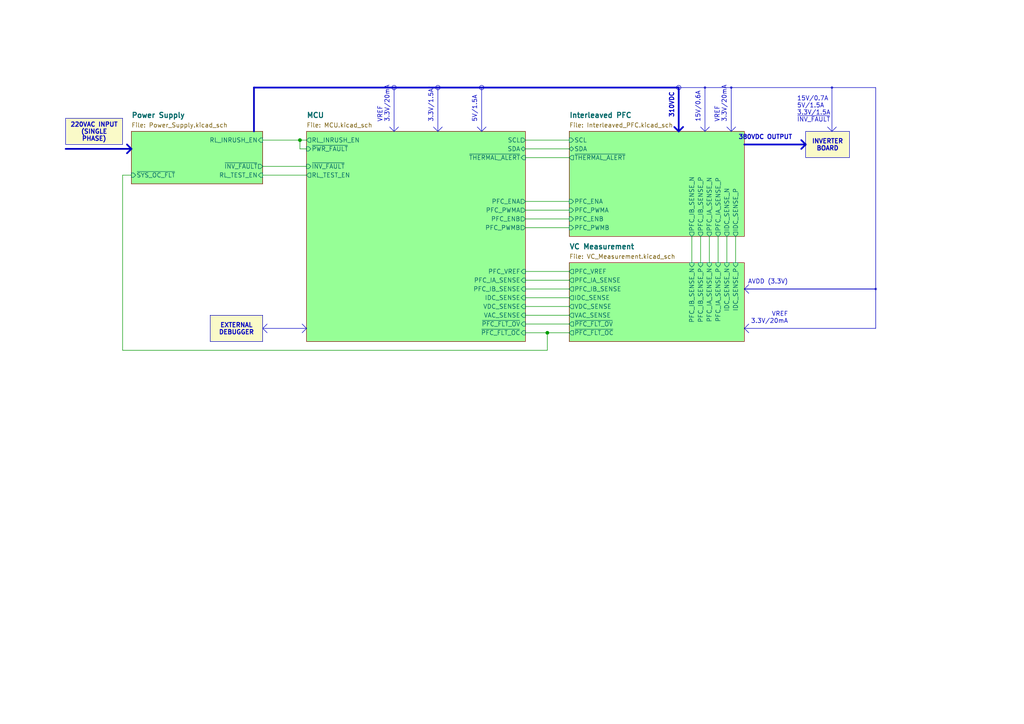
<source format=kicad_sch>
(kicad_sch
	(version 20231120)
	(generator "eeschema")
	(generator_version "8.0")
	(uuid "20f80521-75f2-4ccc-bb34-c9566e70ef5c")
	(paper "A4")
	(title_block
		(title "POWER SUPPLY UNIT")
		(date "2023-10-14")
		(rev "0.0")
		(company "TON DUC THANG UNIVERSITY")
		(comment 1 "Schematic Designed by ...")
		(comment 2 "PCB Designed by ...")
		(comment 3 "Approved by ...")
	)
	(lib_symbols)
	(junction
		(at 86.995 40.64)
		(diameter 0)
		(color 0 0 0 0)
		(uuid "931c02a2-7a69-43c0-b1c3-1d02ab301969")
	)
	(junction
		(at 158.75 96.52)
		(diameter 0)
		(color 0 0 0 0)
		(uuid "9323beb5-b093-441a-8109-d390d56fa65a")
	)
	(polyline
		(pts
			(xy 124.46 25.4) (xy 127 25.4)
		)
		(stroke
			(width 0.5)
			(type default)
		)
		(uuid "02310b15-c31c-44a0-9612-82ecc876ed69")
	)
	(polyline
		(pts
			(xy 213.36 36.83) (xy 212.09 38.1)
		)
		(stroke
			(width 0)
			(type default)
		)
		(uuid "02875980-e7fc-4d7f-86ed-916eba46f224")
	)
	(polyline
		(pts
			(xy 36.83 41.91) (xy 38.1 43.18)
		)
		(stroke
			(width 0.5)
			(type default)
		)
		(uuid "04277688-eedd-4694-8f2c-5ed74f852cae")
	)
	(polyline
		(pts
			(xy 76.2 95.25) (xy 77.47 93.98)
		)
		(stroke
			(width 0)
			(type default)
		)
		(uuid "0b20423a-b844-430f-9c9f-4f650d1b699b")
	)
	(polyline
		(pts
			(xy 215.9 41.91) (xy 233.68 41.91)
		)
		(stroke
			(width 0.5)
			(type default)
		)
		(uuid "0dccf21a-6ea3-438a-8903-0655ecb815d4")
	)
	(polyline
		(pts
			(xy 215.9 95.25) (xy 254 95.25)
		)
		(stroke
			(width 0)
			(type default)
		)
		(uuid "1005491b-46fd-42cf-8e7f-f6d4d22d0c70")
	)
	(wire
		(pts
			(xy 35.56 101.6) (xy 158.75 101.6)
		)
		(stroke
			(width 0)
			(type default)
		)
		(uuid "1a392125-2737-488f-b791-e3cd87617432")
	)
	(wire
		(pts
			(xy 152.4 40.64) (xy 165.1 40.64)
		)
		(stroke
			(width 0)
			(type default)
		)
		(uuid "218620d3-0e41-40d6-bacf-1709a7177a73")
	)
	(wire
		(pts
			(xy 152.4 63.5) (xy 165.1 63.5)
		)
		(stroke
			(width 0)
			(type default)
		)
		(uuid "21b9f3a8-d903-4f6a-9c7b-fab3dc380441")
	)
	(polyline
		(pts
			(xy 73.66 25.4) (xy 114.3 25.4)
		)
		(stroke
			(width 0.5)
			(type default)
		)
		(uuid "23742d5b-97ff-4f44-adb3-5055e5f3e6bb")
	)
	(polyline
		(pts
			(xy 139.7 38.1) (xy 140.97 36.83)
		)
		(stroke
			(width 0)
			(type default)
		)
		(uuid "261d405d-beaf-48bb-87e7-b9a9c715aa3a")
	)
	(wire
		(pts
			(xy 152.4 58.42) (xy 165.1 58.42)
		)
		(stroke
			(width 0)
			(type default)
		)
		(uuid "290c7725-ba03-4943-bd5b-371bb9d0eec8")
	)
	(wire
		(pts
			(xy 38.1 50.8) (xy 35.56 50.8)
		)
		(stroke
			(width 0)
			(type default)
		)
		(uuid "2d913c8d-462e-4e3c-b120-eb05e0d0bc66")
	)
	(wire
		(pts
			(xy 152.4 88.9) (xy 165.1 88.9)
		)
		(stroke
			(width 0)
			(type default)
		)
		(uuid "37b7ef5e-c2b5-4962-9de8-ac160e3ccd46")
	)
	(polyline
		(pts
			(xy 195.58 36.83) (xy 196.85 38.1)
		)
		(stroke
			(width 0.5)
			(type default)
		)
		(uuid "3e989c1b-0887-4d5e-8892-c41716aae1ea")
	)
	(polyline
		(pts
			(xy 114.3 38.1) (xy 115.57 36.83)
		)
		(stroke
			(width 0)
			(type default)
		)
		(uuid "3f8e3173-3629-40a0-956b-ac2939f39dcf")
	)
	(wire
		(pts
			(xy 158.75 101.6) (xy 158.75 96.52)
		)
		(stroke
			(width 0)
			(type default)
		)
		(uuid "4026057d-fc09-4e1e-a099-56bef3e89413")
	)
	(wire
		(pts
			(xy 152.4 86.36) (xy 165.1 86.36)
		)
		(stroke
			(width 0)
			(type default)
		)
		(uuid "46b3b1d9-ccae-4dc3-bafa-d93dbeca12d9")
	)
	(polyline
		(pts
			(xy 36.83 44.45) (xy 38.1 43.18)
		)
		(stroke
			(width 0.5)
			(type default)
		)
		(uuid "47955d0c-2f03-47b3-961c-be61cc495726")
	)
	(polyline
		(pts
			(xy 217.17 82.55) (xy 215.9 83.82)
		)
		(stroke
			(width 0)
			(type default)
		)
		(uuid "47bdfd06-b3b2-418b-b965-70e3c0123f69")
	)
	(polyline
		(pts
			(xy 76.2 95.25) (xy 88.9 95.25)
		)
		(stroke
			(width 0)
			(type default)
		)
		(uuid "4f6a9110-cb8b-487a-b918-2ccd8be586c0")
	)
	(wire
		(pts
			(xy 152.4 91.44) (xy 165.1 91.44)
		)
		(stroke
			(width 0)
			(type default)
		)
		(uuid "5048ca11-7eef-4bdf-9fc7-d0a8ef27d43f")
	)
	(wire
		(pts
			(xy 88.9 43.18) (xy 86.995 43.18)
		)
		(stroke
			(width 0)
			(type default)
		)
		(uuid "55294441-9995-4b02-ad94-120c2896ece9")
	)
	(wire
		(pts
			(xy 152.4 43.18) (xy 165.1 43.18)
		)
		(stroke
			(width 0)
			(type default)
		)
		(uuid "56f4daee-57ac-470b-992b-43874e617bdf")
	)
	(polyline
		(pts
			(xy 88.9 95.25) (xy 87.63 96.52)
		)
		(stroke
			(width 0)
			(type default)
		)
		(uuid "5a26fd17-5ed5-4470-b800-6c0ca1c74ef0")
	)
	(wire
		(pts
			(xy 35.56 50.8) (xy 35.56 101.6)
		)
		(stroke
			(width 0)
			(type default)
		)
		(uuid "5a9f9412-6fa9-4b72-8eb1-a1aa0b3e014d")
	)
	(wire
		(pts
			(xy 208.28 68.58) (xy 208.28 76.2)
		)
		(stroke
			(width 0)
			(type default)
		)
		(uuid "5e0daa33-ba71-4e61-b606-6f25184f6a03")
	)
	(wire
		(pts
			(xy 86.995 40.64) (xy 88.9 40.64)
		)
		(stroke
			(width 0)
			(type default)
		)
		(uuid "6808ba31-6d48-492a-84b0-ad598daabeb5")
	)
	(polyline
		(pts
			(xy 196.85 25.4) (xy 196.85 38.1)
		)
		(stroke
			(width 0.5)
			(type default)
		)
		(uuid "6b334a02-1b0d-48d0-88be-63cdd2cb3c86")
	)
	(wire
		(pts
			(xy 86.995 43.18) (xy 86.995 40.64)
		)
		(stroke
			(width 0)
			(type default)
		)
		(uuid "701dc537-a7f2-4d6e-bb3a-6a532a10b633")
	)
	(polyline
		(pts
			(xy 210.82 36.83) (xy 212.09 38.1)
		)
		(stroke
			(width 0)
			(type default)
		)
		(uuid "71836d4f-3160-427a-89ef-f32ba25492ce")
	)
	(polyline
		(pts
			(xy 212.09 25.4) (xy 212.09 38.1)
		)
		(stroke
			(width 0)
			(type default)
		)
		(uuid "75cf3c6b-0cac-4e31-975c-dbd7b6800447")
	)
	(polyline
		(pts
			(xy 76.2 95.25) (xy 77.47 96.52)
		)
		(stroke
			(width 0)
			(type default)
		)
		(uuid "77f309cd-065c-443b-a7b7-53fcb46f462f")
	)
	(polyline
		(pts
			(xy 73.66 38.1) (xy 73.66 25.4)
		)
		(stroke
			(width 0.5)
			(type default)
		)
		(uuid "785757c5-3115-452a-9c3c-7a89e43af1d0")
	)
	(polyline
		(pts
			(xy 242.57 36.83) (xy 241.3 38.1)
		)
		(stroke
			(width 0)
			(type default)
		)
		(uuid "79f68637-285c-4d20-83d5-15facd744d94")
	)
	(wire
		(pts
			(xy 76.2 48.26) (xy 88.9 48.26)
		)
		(stroke
			(width 0)
			(type default)
		)
		(uuid "7a67eb3d-fcf1-478f-80bd-9d3327ebad62")
	)
	(wire
		(pts
			(xy 76.2 40.64) (xy 86.995 40.64)
		)
		(stroke
			(width 0)
			(type default)
		)
		(uuid "7e76cb5d-b30c-462a-88d4-8afb1eca8dfa")
	)
	(polyline
		(pts
			(xy 254 83.82) (xy 254 25.4)
		)
		(stroke
			(width 0)
			(type default)
		)
		(uuid "821db29b-9139-4869-976d-7856fe17e54b")
	)
	(polyline
		(pts
			(xy 254 83.82) (xy 215.9 83.82)
		)
		(stroke
			(width 0)
			(type default)
		)
		(uuid "86987ff1-ead8-4e15-814e-6df04c20a447")
	)
	(wire
		(pts
			(xy 152.4 83.82) (xy 165.1 83.82)
		)
		(stroke
			(width 0)
			(type default)
		)
		(uuid "8ac0e7e6-c415-4108-a594-90bf52d0b29b")
	)
	(wire
		(pts
			(xy 152.4 93.98) (xy 165.1 93.98)
		)
		(stroke
			(width 0)
			(type default)
		)
		(uuid "8fe97cf4-e6ff-438e-b3d8-c72e1e7075b1")
	)
	(polyline
		(pts
			(xy 127 25.4) (xy 127 38.1)
		)
		(stroke
			(width 0)
			(type default)
		)
		(uuid "939d6fe9-5599-4e60-91fb-e12f23066e37")
	)
	(wire
		(pts
			(xy 158.75 96.52) (xy 165.1 96.52)
		)
		(stroke
			(width 0)
			(type default)
		)
		(uuid "9637ab73-9578-4800-a705-b259e15afbbb")
	)
	(wire
		(pts
			(xy 152.4 81.28) (xy 165.1 81.28)
		)
		(stroke
			(width 0)
			(type default)
		)
		(uuid "972892aa-91dc-456d-9e0d-6d6a74e5d2f1")
	)
	(polyline
		(pts
			(xy 232.41 43.18) (xy 233.68 41.91)
		)
		(stroke
			(width 0.5)
			(type default)
		)
		(uuid "9ca6cfbf-1043-421a-a60f-ac927eb193f6")
	)
	(polyline
		(pts
			(xy 217.17 85.09) (xy 215.9 83.82)
		)
		(stroke
			(width 0)
			(type default)
		)
		(uuid "9dbf5fa0-81e9-4ac3-bedc-ec5bd5aa8bb9")
	)
	(wire
		(pts
			(xy 152.4 60.96) (xy 165.1 60.96)
		)
		(stroke
			(width 0)
			(type default)
		)
		(uuid "a1252da3-eea2-4983-bd1c-03f3f8aaf0e2")
	)
	(polyline
		(pts
			(xy 19.05 43.18) (xy 38.1 43.18)
		)
		(stroke
			(width 0.5)
			(type default)
		)
		(uuid "a4b1a897-925a-4eec-9a44-a47ebab856cb")
	)
	(polyline
		(pts
			(xy 138.43 36.83) (xy 139.7 38.1)
		)
		(stroke
			(width 0)
			(type default)
		)
		(uuid "a9d9e586-30ce-4140-8367-72557699d7da")
	)
	(wire
		(pts
			(xy 205.74 68.58) (xy 205.74 76.2)
		)
		(stroke
			(width 0)
			(type default)
		)
		(uuid "afb7aeb9-c8de-474d-832f-fa9afae116f0")
	)
	(polyline
		(pts
			(xy 254 25.4) (xy 196.85 25.4)
		)
		(stroke
			(width 0)
			(type default)
		)
		(uuid "b4cc5df9-1c37-48b4-a668-a5c707175ac7")
	)
	(polyline
		(pts
			(xy 254 95.25) (xy 254 83.82)
		)
		(stroke
			(width 0)
			(type default)
		)
		(uuid "ba5de220-975a-495f-bc86-29d9934d80df")
	)
	(polyline
		(pts
			(xy 113.03 36.83) (xy 114.3 38.1)
		)
		(stroke
			(width 0)
			(type default)
		)
		(uuid "c04a3d94-d8f5-4acf-9f26-fa215bbc3c75")
	)
	(polyline
		(pts
			(xy 139.7 25.4) (xy 139.7 38.1)
		)
		(stroke
			(width 0)
			(type default)
		)
		(uuid "c28c8d15-7d7a-4cf6-9f1d-cafe7c95e938")
	)
	(polyline
		(pts
			(xy 127 25.4) (xy 196.85 25.4)
		)
		(stroke
			(width 0.5)
			(type default)
		)
		(uuid "c4f6072f-9db9-4d70-9a84-b35be71bda1e")
	)
	(polyline
		(pts
			(xy 196.85 38.1) (xy 198.12 36.83)
		)
		(stroke
			(width 0.5)
			(type default)
		)
		(uuid "c592a622-ebc9-41c6-9c07-d5630f26c399")
	)
	(polyline
		(pts
			(xy 204.47 25.4) (xy 204.47 38.1)
		)
		(stroke
			(width 0)
			(type default)
		)
		(uuid "c74852fa-dfc6-40e4-9b60-8ea3661dc6f7")
	)
	(polyline
		(pts
			(xy 204.47 38.1) (xy 205.74 36.83)
		)
		(stroke
			(width 0)
			(type default)
		)
		(uuid "cb2bbe97-4790-496e-b159-396ac575566a")
	)
	(wire
		(pts
			(xy 76.2 50.8) (xy 88.9 50.8)
		)
		(stroke
			(width 0)
			(type default)
		)
		(uuid "cd34dcdd-ae81-4f7c-afbc-f5eb1771dcae")
	)
	(polyline
		(pts
			(xy 254 83.82) (xy 215.9 83.82)
		)
		(stroke
			(width 0)
			(type default)
		)
		(uuid "d0766bf8-d06f-4276-be5e-6b2acf9e2278")
	)
	(polyline
		(pts
			(xy 232.41 40.64) (xy 233.68 41.91)
		)
		(stroke
			(width 0.5)
			(type default)
		)
		(uuid "d322cc53-3d54-4642-b7db-de7c0bcf2f1b")
	)
	(polyline
		(pts
			(xy 203.2 36.83) (xy 204.47 38.1)
		)
		(stroke
			(width 0)
			(type default)
		)
		(uuid "d380bda3-11e9-49a2-9662-4bf4787e7324")
	)
	(polyline
		(pts
			(xy 217.17 96.52) (xy 215.9 95.25)
		)
		(stroke
			(width 0)
			(type default)
		)
		(uuid "e083a915-53dc-4ce2-9a1a-65a5e317b6ed")
	)
	(wire
		(pts
			(xy 213.36 68.58) (xy 213.36 76.2)
		)
		(stroke
			(width 0)
			(type default)
		)
		(uuid "e1d5a0a6-0595-4125-83a7-b6424e298c55")
	)
	(wire
		(pts
			(xy 152.4 78.74) (xy 165.1 78.74)
		)
		(stroke
			(width 0)
			(type default)
		)
		(uuid "ed34effe-faad-45c6-be74-591e1952f67e")
	)
	(polyline
		(pts
			(xy 127 38.1) (xy 128.27 36.83)
		)
		(stroke
			(width 0)
			(type default)
		)
		(uuid "f1508d34-5cbb-4135-9a9a-b76e0652ef37")
	)
	(wire
		(pts
			(xy 210.82 68.58) (xy 210.82 76.2)
		)
		(stroke
			(width 0)
			(type default)
		)
		(uuid "f1c3ba60-ca02-44fe-9c8d-3e56198c5e56")
	)
	(polyline
		(pts
			(xy 240.03 36.83) (xy 241.3 38.1)
		)
		(stroke
			(width 0)
			(type default)
		)
		(uuid "f23dcaec-fec3-4a2b-a3c1-ed0836a39b4f")
	)
	(wire
		(pts
			(xy 152.4 66.04) (xy 165.1 66.04)
		)
		(stroke
			(width 0)
			(type default)
		)
		(uuid "f240f837-3378-4b0f-9eaf-6cbc182535da")
	)
	(polyline
		(pts
			(xy 88.9 95.25) (xy 87.63 93.98)
		)
		(stroke
			(width 0)
			(type default)
		)
		(uuid "f298f5d3-fc84-4048-8d47-f6aa22d2bab0")
	)
	(polyline
		(pts
			(xy 125.73 36.83) (xy 127 38.1)
		)
		(stroke
			(width 0)
			(type default)
		)
		(uuid "f300468f-ea54-4423-9cc6-891079771206")
	)
	(wire
		(pts
			(xy 152.4 45.72) (xy 165.1 45.72)
		)
		(stroke
			(width 0)
			(type default)
		)
		(uuid "f4fe1796-4c79-44ca-ab8a-bd6cfef9eb7a")
	)
	(wire
		(pts
			(xy 200.66 68.58) (xy 200.66 76.2)
		)
		(stroke
			(width 0)
			(type default)
		)
		(uuid "f79c7e86-50da-4a39-a6fa-840da52ff99b")
	)
	(polyline
		(pts
			(xy 241.3 25.4) (xy 241.3 38.1)
		)
		(stroke
			(width 0)
			(type default)
		)
		(uuid "f99d6b42-8a09-439e-b363-d8f2ff8ee6cd")
	)
	(wire
		(pts
			(xy 152.4 96.52) (xy 158.75 96.52)
		)
		(stroke
			(width 0)
			(type default)
		)
		(uuid "fa5a558d-a073-4e37-87f0-42273e10d2d4")
	)
	(wire
		(pts
			(xy 203.2 68.58) (xy 203.2 76.2)
		)
		(stroke
			(width 0)
			(type default)
		)
		(uuid "fc709dd8-8ab1-4ff1-960e-4e8c5be59312")
	)
	(polyline
		(pts
			(xy 114.3 25.4) (xy 124.46 25.4)
		)
		(stroke
			(width 0.5)
			(type default)
		)
		(uuid "fc99b9d4-9688-4b32-81af-da3c0b82d3c5")
	)
	(polyline
		(pts
			(xy 215.9 95.25) (xy 217.17 93.98)
		)
		(stroke
			(width 0)
			(type default)
		)
		(uuid "fccf95a2-ea08-473a-a661-f7fa8433309c")
	)
	(polyline
		(pts
			(xy 114.3 25.4) (xy 114.3 38.1)
		)
		(stroke
			(width 0)
			(type default)
		)
		(uuid "ffde23b0-4e5f-4c45-a097-e40783854981")
	)
	(circle
		(center 196.85 25.4)
		(radius 0.635)
		(stroke
			(width 0)
			(type default)
		)
		(fill
			(type color)
			(color 0 0 0 0)
		)
		(uuid 4a058bfd-fc26-484a-9d92-7fb54fae15e0)
	)
	(circle
		(center 114.3 25.4)
		(radius 0.635)
		(stroke
			(width 0)
			(type default)
		)
		(fill
			(type color)
			(color 0 0 0 0)
		)
		(uuid 50919c19-2fee-4ad4-afb8-3b1dabf3e8c1)
	)
	(circle
		(center 127 25.4)
		(radius 0.635)
		(stroke
			(width 0)
			(type default)
		)
		(fill
			(type color)
			(color 0 0 0 0)
		)
		(uuid 592d2d3f-ab01-4b60-a7e1-45f64a353d04)
	)
	(circle
		(center 241.3 25.4)
		(radius 0.254)
		(stroke
			(width 0)
			(type default)
		)
		(fill
			(type color)
			(color 0 0 0 0)
		)
		(uuid 83053fda-e492-4cee-9317-7d7f03f249f5)
	)
	(circle
		(center 139.7 25.4)
		(radius 0.635)
		(stroke
			(width 0)
			(type default)
		)
		(fill
			(type color)
			(color 0 0 0 0)
		)
		(uuid ac3d58ff-0843-4656-baa8-4a0be43abc85)
	)
	(circle
		(center 204.47 25.4)
		(radius 0.254)
		(stroke
			(width 0)
			(type default)
		)
		(fill
			(type color)
			(color 0 0 0 0)
		)
		(uuid b13406bf-1d34-4d23-834d-de265894a663)
	)
	(circle
		(center 212.09 25.4)
		(radius 0.254)
		(stroke
			(width 0)
			(type default)
		)
		(fill
			(type color)
			(color 0 0 0 0)
		)
		(uuid b8a63a1d-a072-4b98-b6f3-9f402fb1bc25)
	)
	(circle
		(center 254 83.82)
		(radius 0.254)
		(stroke
			(width 0)
			(type default)
		)
		(fill
			(type color)
			(color 0 0 0 0)
		)
		(uuid e7579bdf-80d5-45cb-bcb4-f65781ae07e4)
	)
	(text_box "INVERTER BOARD"
		(exclude_from_sim no)
		(at 233.68 38.1 0)
		(size 12.7 7.62)
		(stroke
			(width 0)
			(type default)
		)
		(fill
			(type color)
			(color 250 250 200 1)
		)
		(effects
			(font
				(size 1.27 1.27)
				(thickness 0.254)
				(bold yes)
			)
		)
		(uuid "8edd8bd2-b531-4694-b915-ab8f02326086")
	)
	(text_box "EXTERNAL DEBUGGER"
		(exclude_from_sim no)
		(at 60.96 91.44 0)
		(size 15.24 7.62)
		(stroke
			(width 0)
			(type default)
		)
		(fill
			(type color)
			(color 250 250 200 1)
		)
		(effects
			(font
				(size 1.27 1.27)
				(thickness 0.254)
				(bold yes)
			)
		)
		(uuid "a221b3ca-3fe3-4883-b465-93286b15fee9")
	)
	(text_box "220VAC INPUT\n(SINGLE PHASE)"
		(exclude_from_sim no)
		(at 19.05 34.29 0)
		(size 16.51 7.62)
		(stroke
			(width 0)
			(type default)
		)
		(fill
			(type color)
			(color 250 250 200 1)
		)
		(effects
			(font
				(size 1.27 1.27)
				(thickness 0.254)
				(bold yes)
			)
		)
		(uuid "c12ae514-fea3-4ae2-bb76-76d7b1f4b485")
	)
	(text "VREF\n3.3V/20mA"
		(exclude_from_sim no)
		(at 228.6 93.98 0)
		(effects
			(font
				(size 1.27 1.27)
			)
			(justify right bottom)
		)
		(uuid "05a7f0bb-18ab-42c3-97da-7bad91a1f9da")
	)
	(text "3.3V/1.5A"
		(exclude_from_sim no)
		(at 125.73 35.56 90)
		(effects
			(font
				(size 1.27 1.27)
			)
			(justify left bottom)
		)
		(uuid "07bc33fc-7148-490d-89d3-b672ddf56c9b")
	)
	(text "15V/0.7A\n5V/1.5A\n3.3V/1.5A\n~{INV_FAULT}"
		(exclude_from_sim no)
		(at 231.14 35.56 0)
		(effects
			(font
				(size 1.27 1.27)
			)
			(justify left bottom)
		)
		(uuid "082c5429-4c84-43dd-968f-1147cc271872")
	)
	(text "310VDC"
		(exclude_from_sim no)
		(at 195.58 34.29 90)
		(effects
			(font
				(size 1.27 1.27)
				(thickness 0.254)
				(bold yes)
			)
			(justify left bottom)
		)
		(uuid "10748189-a5af-4290-ae49-a699986e58cd")
	)
	(text "5V/1.5A"
		(exclude_from_sim no)
		(at 138.43 35.56 90)
		(effects
			(font
				(size 1.27 1.27)
			)
			(justify left bottom)
		)
		(uuid "3da55685-76e5-45e3-94f0-7e942acef56f")
	)
	(text "380VDC OUTPUT"
		(exclude_from_sim no)
		(at 229.87 40.64 0)
		(effects
			(font
				(size 1.27 1.27)
				(thickness 0.254)
				(bold yes)
			)
			(justify right bottom)
		)
		(uuid "51e194b3-04cf-4cab-97c1-0ed4bcd0e8fd")
	)
	(text "VREF\n3.3V/20mA"
		(exclude_from_sim no)
		(at 113.03 35.56 90)
		(effects
			(font
				(size 1.27 1.27)
			)
			(justify left bottom)
		)
		(uuid "53af69bf-50ac-496c-95fe-e8e20117a677")
	)
	(text "15V/0.6A"
		(exclude_from_sim no)
		(at 203.2 35.56 90)
		(effects
			(font
				(size 1.27 1.27)
			)
			(justify left bottom)
		)
		(uuid "7f3931ba-9aed-48f6-8d3c-a159a4a061c7")
	)
	(text "VREF\n3.3V/20mA"
		(exclude_from_sim no)
		(at 210.82 35.56 90)
		(effects
			(font
				(size 1.27 1.27)
			)
			(justify left bottom)
		)
		(uuid "850dd841-c2c5-40f9-8a3a-ed7637eee7a4")
	)
	(text "AVDD (3.3V)"
		(exclude_from_sim no)
		(at 228.6 82.55 0)
		(effects
			(font
				(size 1.27 1.27)
			)
			(justify right bottom)
		)
		(uuid "fba561ea-abcc-4bc1-a6ee-d4b370e649ad")
	)
	(sheet
		(at 165.1 38.1)
		(size 50.8 30.48)
		(stroke
			(width 0.1524)
			(type solid)
		)
		(fill
			(color 150 255 150 1.0000)
		)
		(uuid "220ce183-b27e-490b-828f-5201e8e92b41")
		(property "Sheetname" "Interleaved PFC"
			(at 165.1 34.29 0)
			(effects
				(font
					(size 1.5 1.5)
					(bold yes)
				)
				(justify left bottom)
			)
		)
		(property "Sheetfile" "Interleaved_PFC.kicad_sch"
			(at 165.1 35.56 0)
			(effects
				(font
					(size 1.27 1.27)
				)
				(justify left top)
			)
		)
		(pin "IDC_SENSE_P" output
			(at 213.36 68.58 270)
			(effects
				(font
					(size 1.27 1.27)
				)
				(justify left)
			)
			(uuid "6b247318-8951-473c-9d11-51563ff8cdc1")
		)
		(pin "IDC_SENSE_N" output
			(at 210.82 68.58 270)
			(effects
				(font
					(size 1.27 1.27)
				)
				(justify left)
			)
			(uuid "de3bec2d-d9e3-462e-ad6e-5cac050b0103")
		)
		(pin "PFC_ENA" input
			(at 165.1 58.42 180)
			(effects
				(font
					(size 1.27 1.27)
				)
				(justify left)
			)
			(uuid "db5e6601-cc25-42cd-9fa8-13dcc6af7aaf")
		)
		(pin "PFC_ENB" input
			(at 165.1 63.5 180)
			(effects
				(font
					(size 1.27 1.27)
				)
				(justify left)
			)
			(uuid "bcdea543-978f-4fc8-9d5d-01a906ead4c1")
		)
		(pin "PFC_IB_SENSE_P" output
			(at 203.2 68.58 270)
			(effects
				(font
					(size 1.27 1.27)
				)
				(justify left)
			)
			(uuid "b3801453-d11a-40dd-a5ae-412d00ca81f7")
		)
		(pin "PFC_IB_SENSE_N" output
			(at 200.66 68.58 270)
			(effects
				(font
					(size 1.27 1.27)
				)
				(justify left)
			)
			(uuid "77694f4b-ecae-49db-9d92-4db554f3e41c")
		)
		(pin "PFC_PWMB" input
			(at 165.1 66.04 180)
			(effects
				(font
					(size 1.27 1.27)
				)
				(justify left)
			)
			(uuid "733819db-9b62-4c51-945c-3e7bc9841c51")
		)
		(pin "PFC_PWMA" input
			(at 165.1 60.96 180)
			(effects
				(font
					(size 1.27 1.27)
				)
				(justify left)
			)
			(uuid "1dc0d44b-0796-41ff-ac27-5565113c6b9c")
		)
		(pin "PFC_IA_SENSE_N" output
			(at 205.74 68.58 270)
			(effects
				(font
					(size 1.27 1.27)
				)
				(justify left)
			)
			(uuid "b9e720d9-63ae-4fcd-90b8-a038a7fe107e")
		)
		(pin "PFC_IA_SENSE_P" output
			(at 208.28 68.58 270)
			(effects
				(font
					(size 1.27 1.27)
				)
				(justify left)
			)
			(uuid "6b48f9fd-c7d8-4580-901f-58ba7b2eeec0")
		)
		(pin "SDA" bidirectional
			(at 165.1 43.18 180)
			(effects
				(font
					(size 1.27 1.27)
				)
				(justify left)
			)
			(uuid "862e2c87-073e-4650-a3be-eef6fb688dc2")
		)
		(pin "~{THERMAL_ALERT}" output
			(at 165.1 45.72 180)
			(effects
				(font
					(size 1.27 1.27)
				)
				(justify left)
			)
			(uuid "9a6b17aa-cc74-4eb7-9df8-d80e040b3f65")
		)
		(pin "SCL" input
			(at 165.1 40.64 180)
			(effects
				(font
					(size 1.27 1.27)
				)
				(justify left)
			)
			(uuid "4b17f367-3031-4560-accf-55bca1de6e7f")
		)
		(instances
			(project "HW.ACIM-PSU"
				(path "/20f80521-75f2-4ccc-bb34-c9566e70ef5c"
					(page "3")
				)
			)
		)
	)
	(sheet
		(at 88.9 38.1)
		(size 63.5 60.96)
		(stroke
			(width 0.1524)
			(type solid)
		)
		(fill
			(color 150 255 150 1.0000)
		)
		(uuid "51ad8afa-91d3-4900-86cd-9e9f0d5dd47e")
		(property "Sheetname" "MCU"
			(at 88.9 34.29 0)
			(effects
				(font
					(size 1.5 1.5)
					(bold yes)
				)
				(justify left bottom)
			)
		)
		(property "Sheetfile" "MCU.kicad_sch"
			(at 88.9 35.56 0)
			(effects
				(font
					(size 1.27 1.27)
				)
				(justify left top)
			)
		)
		(pin "PFC_ENA" output
			(at 152.4 58.42 0)
			(effects
				(font
					(size 1.27 1.27)
				)
				(justify right)
			)
			(uuid "929bd3cc-c78c-44a8-a43c-94f8af594032")
		)
		(pin "PFC_PWMA" output
			(at 152.4 60.96 0)
			(effects
				(font
					(size 1.27 1.27)
				)
				(justify right)
			)
			(uuid "30bae9dc-0f58-43a9-ab8d-5f63e8ed1440")
		)
		(pin "~{PFC_FLT_OV}" input
			(at 152.4 93.98 0)
			(effects
				(font
					(size 1.27 1.27)
				)
				(justify right)
			)
			(uuid "e47a6808-2ab7-4178-b667-f89fdb061333")
		)
		(pin "~{PFC_FLT_OC}" input
			(at 152.4 96.52 0)
			(effects
				(font
					(size 1.27 1.27)
				)
				(justify right)
			)
			(uuid "98cbf0cf-e36b-45f5-adf5-0d7e2f145375")
		)
		(pin "PFC_ENB" output
			(at 152.4 63.5 0)
			(effects
				(font
					(size 1.27 1.27)
				)
				(justify right)
			)
			(uuid "ae6dcbc4-f3c1-4489-9d8c-efc0d1abb530")
		)
		(pin "PFC_PWMB" output
			(at 152.4 66.04 0)
			(effects
				(font
					(size 1.27 1.27)
				)
				(justify right)
			)
			(uuid "09b5e386-e041-4df6-94d4-7c9b5a6ac7b0")
		)
		(pin "PFC_IA_SENSE" input
			(at 152.4 81.28 0)
			(effects
				(font
					(size 1.27 1.27)
				)
				(justify right)
			)
			(uuid "8cb8fbfb-0d0a-4823-86ba-7027870d06cf")
		)
		(pin "VAC_SENSE" input
			(at 152.4 91.44 0)
			(effects
				(font
					(size 1.27 1.27)
				)
				(justify right)
			)
			(uuid "10cdfdc1-5976-4709-8f03-ce2a71fc5085")
		)
		(pin "VDC_SENSE" input
			(at 152.4 88.9 0)
			(effects
				(font
					(size 1.27 1.27)
				)
				(justify right)
			)
			(uuid "0b0f3b9d-ad1f-421e-8b80-aa8157a00f2f")
		)
		(pin "IDC_SENSE" input
			(at 152.4 86.36 0)
			(effects
				(font
					(size 1.27 1.27)
				)
				(justify right)
			)
			(uuid "ad8d8162-49c9-4f87-a24e-c910bcbd0b7d")
		)
		(pin "PFC_IB_SENSE" input
			(at 152.4 83.82 0)
			(effects
				(font
					(size 1.27 1.27)
				)
				(justify right)
			)
			(uuid "029c5d88-857d-40f1-9c66-ffeea36f8bd3")
		)
		(pin "RL_INRUSH_EN" output
			(at 88.9 40.64 180)
			(effects
				(font
					(size 1.27 1.27)
				)
				(justify left)
			)
			(uuid "61591a79-2854-4ac8-a1cb-d4d00d3bf6d6")
		)
		(pin "~{INV_FAULT}" input
			(at 88.9 48.26 180)
			(effects
				(font
					(size 1.27 1.27)
				)
				(justify left)
			)
			(uuid "6761a557-3bc0-4d5f-b299-36d96758b25a")
		)
		(pin "RL_TEST_EN" output
			(at 88.9 50.8 180)
			(effects
				(font
					(size 1.27 1.27)
				)
				(justify left)
			)
			(uuid "689de82f-4ae1-4d13-badd-7e643b71c2e7")
		)
		(pin "PFC_VREF" input
			(at 152.4 78.74 0)
			(effects
				(font
					(size 1.27 1.27)
				)
				(justify right)
			)
			(uuid "d6b8eb2c-65a6-4142-b546-77436c2245cd")
		)
		(pin "SCL" output
			(at 152.4 40.64 0)
			(effects
				(font
					(size 1.27 1.27)
				)
				(justify right)
			)
			(uuid "5e891a2b-a523-4d97-b87c-4584bd9eb6de")
		)
		(pin "SDA" bidirectional
			(at 152.4 43.18 0)
			(effects
				(font
					(size 1.27 1.27)
				)
				(justify right)
			)
			(uuid "c61304b1-8545-4292-97d7-6589f0dc0451")
		)
		(pin "~{THERMAL_ALERT}" input
			(at 152.4 45.72 0)
			(effects
				(font
					(size 1.27 1.27)
				)
				(justify right)
			)
			(uuid "9406d74f-403a-4ece-a7c3-4715007f4a4f")
		)
		(pin "~{PWR_FAULT}" input
			(at 88.9 43.18 180)
			(effects
				(font
					(size 1.27 1.27)
				)
				(justify left)
			)
			(uuid "d3a03055-8480-430e-b2a8-daf49373cd08")
		)
		(instances
			(project "HW.ACIM-PSU"
				(path "/20f80521-75f2-4ccc-bb34-c9566e70ef5c"
					(page "5")
				)
			)
		)
	)
	(sheet
		(at 38.1 38.1)
		(size 38.1 15.24)
		(stroke
			(width 0.1524)
			(type solid)
		)
		(fill
			(color 150 255 150 1.0000)
		)
		(uuid "bd54e243-b310-4e27-80ea-3d04ea1ca633")
		(property "Sheetname" "Power Supply"
			(at 38.1 34.29 0)
			(effects
				(font
					(size 1.5 1.5)
					(bold yes)
				)
				(justify left bottom)
			)
		)
		(property "Sheetfile" "Power_Supply.kicad_sch"
			(at 38.1 35.56 0)
			(effects
				(font
					(size 1.27 1.27)
				)
				(justify left top)
			)
		)
		(pin "RL_INRUSH_EN" input
			(at 76.2 40.64 0)
			(effects
				(font
					(size 1.27 1.27)
				)
				(justify right)
			)
			(uuid "a08d15bb-e1e3-4024-be7e-e7a676a7ac78")
		)
		(pin "~{INV_FAULT}" output
			(at 76.2 48.26 0)
			(effects
				(font
					(size 1.27 1.27)
				)
				(justify right)
			)
			(uuid "e4acd92f-f7e2-466d-b591-91a46563282e")
		)
		(pin "RL_TEST_EN" input
			(at 76.2 50.8 0)
			(effects
				(font
					(size 1.27 1.27)
				)
				(justify right)
			)
			(uuid "3e1a43da-85f7-4448-8bf7-a3c85cbfb1d8")
		)
		(pin "~{SYS_OC_FLT}" input
			(at 38.1 50.8 180)
			(effects
				(font
					(size 1.27 1.27)
				)
				(justify left)
			)
			(uuid "d0db4af9-b1c9-4880-9701-ab26248ec833")
		)
		(instances
			(project "HW.ACIM-PSU"
				(path "/20f80521-75f2-4ccc-bb34-c9566e70ef5c"
					(page "2")
				)
			)
		)
	)
	(sheet
		(at 165.1 76.2)
		(size 50.8 22.86)
		(stroke
			(width 0.1524)
			(type solid)
		)
		(fill
			(color 150 255 150 1.0000)
		)
		(uuid "ea1e8076-f004-4d7f-a2b6-880d30811b9f")
		(property "Sheetname" "VC Measurement"
			(at 165.1 72.39 0)
			(effects
				(font
					(size 1.5 1.5)
					(bold yes)
				)
				(justify left bottom)
			)
		)
		(property "Sheetfile" "VC_Measurement.kicad_sch"
			(at 165.1 73.66 0)
			(effects
				(font
					(size 1.27 1.27)
				)
				(justify left top)
			)
		)
		(pin "~{PFC_FLT_OC}" output
			(at 165.1 96.52 180)
			(effects
				(font
					(size 1.27 1.27)
				)
				(justify left)
			)
			(uuid "c9434174-426a-4fc5-9b1a-f8eb9c5f1b64")
		)
		(pin "VDC_SENSE" output
			(at 165.1 88.9 180)
			(effects
				(font
					(size 1.27 1.27)
				)
				(justify left)
			)
			(uuid "83658cb9-3d76-4607-99b0-46d3cbd694b0")
		)
		(pin "IDC_SENSE" output
			(at 165.1 86.36 180)
			(effects
				(font
					(size 1.27 1.27)
				)
				(justify left)
			)
			(uuid "4a5044ff-f3be-4431-bd0e-36050d3138ca")
		)
		(pin "IDC_SENSE_P" input
			(at 213.36 76.2 90)
			(effects
				(font
					(size 1.27 1.27)
				)
				(justify right)
			)
			(uuid "9493bc16-a765-4871-9ca6-a6d7b5881f85")
		)
		(pin "VAC_SENSE" output
			(at 165.1 91.44 180)
			(effects
				(font
					(size 1.27 1.27)
				)
				(justify left)
			)
			(uuid "4d2fca1b-0637-424b-ab5d-471e17d61594")
		)
		(pin "IDC_SENSE_N" input
			(at 210.82 76.2 90)
			(effects
				(font
					(size 1.27 1.27)
				)
				(justify right)
			)
			(uuid "6eee5251-5204-4a94-8975-0853579bbabe")
		)
		(pin "~{PFC_FLT_OV}" output
			(at 165.1 93.98 180)
			(effects
				(font
					(size 1.27 1.27)
				)
				(justify left)
			)
			(uuid "b412786e-f9e4-4851-9dd4-37bfe8bf24aa")
		)
		(pin "PFC_IB_SENSE" output
			(at 165.1 83.82 180)
			(effects
				(font
					(size 1.27 1.27)
				)
				(justify left)
			)
			(uuid "a01038a6-22a4-4a13-a4a9-a62cfec1feac")
		)
		(pin "PFC_IA_SENSE_N" input
			(at 205.74 76.2 90)
			(effects
				(font
					(size 1.27 1.27)
				)
				(justify right)
			)
			(uuid "6f3367d6-578b-475e-a6fb-23ed2052a8f8")
		)
		(pin "PFC_IA_SENSE_P" input
			(at 208.28 76.2 90)
			(effects
				(font
					(size 1.27 1.27)
				)
				(justify right)
			)
			(uuid "bd67519d-89dc-4537-a362-cf0cc0d786e2")
		)
		(pin "PFC_IB_SENSE_P" input
			(at 203.2 76.2 90)
			(effects
				(font
					(size 1.27 1.27)
				)
				(justify right)
			)
			(uuid "4cef9545-76cc-4abd-b8d7-17c62ab6053a")
		)
		(pin "PFC_IB_SENSE_N" input
			(at 200.66 76.2 90)
			(effects
				(font
					(size 1.27 1.27)
				)
				(justify right)
			)
			(uuid "fe1fe59c-4698-44ad-b169-8707062f9877")
		)
		(pin "PFC_IA_SENSE" output
			(at 165.1 81.28 180)
			(effects
				(font
					(size 1.27 1.27)
				)
				(justify left)
			)
			(uuid "cc65f1e3-1c56-47cc-ad0a-b4d12c2cd59f")
		)
		(pin "PFC_VREF" output
			(at 165.1 78.74 180)
			(effects
				(font
					(size 1.27 1.27)
				)
				(justify left)
			)
			(uuid "363a8b22-4171-495b-a5bd-9d96d5ee6023")
		)
		(instances
			(project "HW.ACIM-PSU"
				(path "/20f80521-75f2-4ccc-bb34-c9566e70ef5c"
					(page "4")
				)
			)
		)
	)
	(sheet_instances
		(path "/"
			(page "1")
		)
	)
)

</source>
